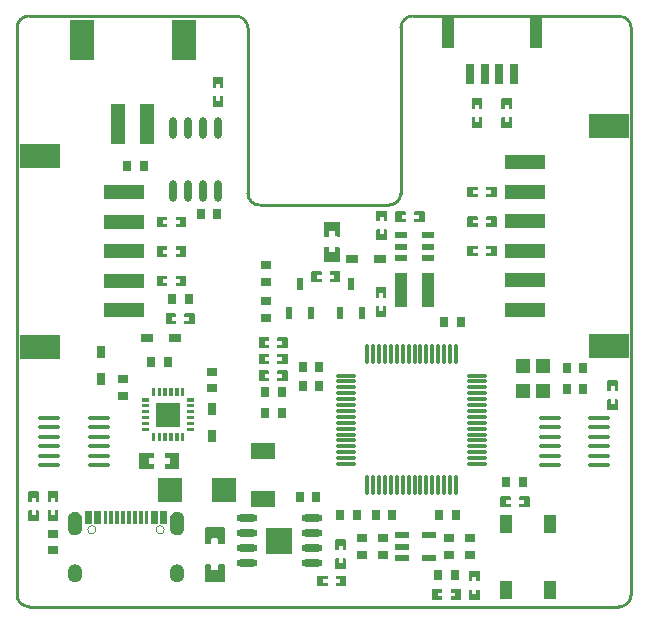
<source format=gbp>
G04*
G04 #@! TF.GenerationSoftware,Altium Limited,Altium Designer,22.0.2 (36)*
G04*
G04 Layer_Color=128*
%FSLAX24Y24*%
%MOIN*%
G70*
G04*
G04 #@! TF.SameCoordinates,D7CE2511-F244-4390-A2D0-A891EFF9428C*
G04*
G04*
G04 #@! TF.FilePolarity,Positive*
G04*
G01*
G75*
%ADD10C,0.0100*%
%ADD15C,0.0002*%
%ADD16R,0.0354X0.0315*%
%ADD17O,0.0248X0.0734*%
%ADD56O,0.0709X0.0118*%
%ADD57O,0.0118X0.0709*%
%ADD60R,0.0315X0.0354*%
%ADD61R,0.1378X0.0472*%
%ADD62R,0.1378X0.0787*%
%ADD63R,0.0787X0.1378*%
%ADD64R,0.0472X0.1378*%
%ADD65R,0.0835X0.0551*%
%ADD66O,0.0709X0.0236*%
%ADD67R,0.0902X0.0902*%
%ADD68R,0.0472X0.0512*%
%ADD73R,0.0295X0.0394*%
%ADD74R,0.0236X0.0421*%
%ADD75R,0.0394X0.1181*%
%ADD76R,0.0394X0.0295*%
%ADD78R,0.0390X0.0209*%
%ADD79R,0.0456X0.0193*%
%ADD80R,0.0463X0.0193*%
%ADD81R,0.0787X0.0787*%
%ADD82O,0.0787X0.0138*%
%ADD83R,0.0394X0.0630*%
%ADD84R,0.0276X0.0709*%
%ADD85R,0.0394X0.1063*%
G36*
X6877Y17620D02*
Y17306D01*
X6857Y17286D01*
X6768D01*
Y17431D01*
X6638D01*
Y17286D01*
X6543D01*
X6523Y17306D01*
Y17620D01*
X6543Y17640D01*
X6857D01*
X6877Y17620D01*
D02*
G37*
G36*
Y16991D02*
Y16680D01*
X6857Y16660D01*
X6543D01*
X6523Y16680D01*
Y16991D01*
X6543Y17010D01*
X6638D01*
Y16861D01*
X6768D01*
Y17010D01*
X6857D01*
X6877Y16991D01*
D02*
G37*
G36*
X16499Y16920D02*
Y16606D01*
X16479Y16586D01*
X16389D01*
Y16731D01*
X16259Y16731D01*
Y16586D01*
X16164D01*
X16144Y16606D01*
X16144Y16920D01*
X16164Y16940D01*
X16479D01*
X16499Y16920D01*
D02*
G37*
G36*
X15505D02*
Y16606D01*
X15486Y16586D01*
X15396D01*
Y16731D01*
X15266Y16731D01*
Y16586D01*
X15171D01*
X15151Y16606D01*
X15151Y16920D01*
X15171Y16940D01*
X15486D01*
X15505Y16920D01*
D02*
G37*
G36*
X16499Y16291D02*
Y15980D01*
X16479Y15960D01*
X16164Y15960D01*
X16144Y15980D01*
X16144Y16291D01*
X16164Y16310D01*
X16259D01*
Y16161D01*
X16389Y16161D01*
Y16310D01*
X16479D01*
X16499Y16291D01*
D02*
G37*
G36*
X15505D02*
Y15980D01*
X15486Y15960D01*
X15171Y15960D01*
X15151Y15980D01*
X15151Y16291D01*
X15171Y16310D01*
X15266D01*
Y16161D01*
X15396Y16161D01*
Y16310D01*
X15486D01*
X15505Y16291D01*
D02*
G37*
G36*
X15990Y13984D02*
Y13669D01*
X15970Y13649D01*
X15656D01*
X15636Y13669D01*
Y13759D01*
X15782D01*
Y13889D01*
X15636D01*
Y13984D01*
X15656Y14004D01*
X15970D01*
X15990Y13984D01*
D02*
G37*
G36*
X15360D02*
Y13889D01*
X15211D01*
Y13759D01*
X15360D01*
Y13669D01*
X15341Y13649D01*
X15030D01*
X15010Y13669D01*
Y13984D01*
X15030Y14004D01*
X15341D01*
X15360Y13984D01*
D02*
G37*
G36*
X12327Y13185D02*
Y12874D01*
X12307Y12855D01*
X12212D01*
Y13004D01*
X12082D01*
Y12855D01*
X11993D01*
X11973Y12874D01*
Y13185D01*
X11993Y13205D01*
X12307D01*
X12327Y13185D01*
D02*
G37*
G36*
X13590Y13157D02*
Y12843D01*
X13570Y12823D01*
X13259D01*
X13240Y12843D01*
Y12938D01*
X13389D01*
Y13068D01*
X13240D01*
Y13157D01*
X13259Y13177D01*
X13570D01*
X13590Y13157D01*
D02*
G37*
G36*
X12964D02*
Y13068D01*
X12818D01*
Y12938D01*
X12964D01*
Y12843D01*
X12944Y12823D01*
X12630D01*
X12610Y12843D01*
Y13157D01*
X12630Y13177D01*
X12944D01*
X12964Y13157D01*
D02*
G37*
G36*
X15990Y13000D02*
Y12685D01*
X15970Y12665D01*
X15656D01*
X15636Y12685D01*
Y12774D01*
X15782D01*
Y12904D01*
X15636D01*
Y13000D01*
X15656Y13019D01*
X15970D01*
X15990Y13000D01*
D02*
G37*
G36*
X15360D02*
Y12904D01*
X15211D01*
Y12774D01*
X15360D01*
Y12685D01*
X15341Y12665D01*
X15030D01*
X15010Y12685D01*
Y13000D01*
X15030Y13019D01*
X15341D01*
X15360Y13000D01*
D02*
G37*
G36*
X5634Y12979D02*
Y12664D01*
X5614Y12644D01*
X5299D01*
X5280Y12664D01*
Y12754D01*
X5425D01*
Y12884D01*
X5280D01*
Y12979D01*
X5299Y12999D01*
X5614D01*
X5634Y12979D01*
D02*
G37*
G36*
X5004D02*
Y12884D01*
X4854D01*
Y12754D01*
X5004D01*
Y12664D01*
X4984Y12644D01*
X4673D01*
X4654Y12664D01*
Y12979D01*
X4673Y12999D01*
X4984D01*
X5004Y12979D01*
D02*
G37*
G36*
X12327Y12559D02*
Y12244D01*
X12307Y12225D01*
X11993D01*
X11973Y12244D01*
Y12559D01*
X11993Y12579D01*
X12082D01*
Y12433D01*
X12212D01*
Y12579D01*
X12307D01*
X12327Y12559D01*
D02*
G37*
G36*
X10761Y12809D02*
Y12357D01*
X10741Y12337D01*
X10580Y12339D01*
Y12512D01*
X10402D01*
Y12337D01*
X10237Y12337D01*
X10217Y12357D01*
Y12809D01*
X10237Y12829D01*
X10741D01*
X10761Y12809D01*
D02*
G37*
G36*
X10741Y11983D02*
X10761Y11963D01*
Y11510D01*
X10741Y11491D01*
X10237D01*
X10217Y11510D01*
Y11963D01*
X10237Y11983D01*
X10402Y11981D01*
Y11807D01*
X10580D01*
Y11985D01*
X10741Y11983D01*
D02*
G37*
G36*
X15990Y12015D02*
Y11700D01*
X15970Y11681D01*
X15656D01*
X15636Y11700D01*
Y11790D01*
X15782D01*
Y11920D01*
X15636D01*
Y12015D01*
X15656Y12035D01*
X15970D01*
X15990Y12015D01*
D02*
G37*
G36*
X15360D02*
Y11920D01*
X15211D01*
Y11790D01*
X15360D01*
Y11700D01*
X15341Y11681D01*
X15030D01*
X15010Y11700D01*
Y12015D01*
X15030Y12035D01*
X15341D01*
X15360Y12015D01*
D02*
G37*
G36*
X5634Y11995D02*
Y11680D01*
X5614Y11660D01*
X5299D01*
X5280Y11680D01*
Y11770D01*
X5425D01*
Y11900D01*
X5280D01*
Y11995D01*
X5299Y12015D01*
X5614D01*
X5634Y11995D01*
D02*
G37*
G36*
X5004D02*
Y11900D01*
X4854D01*
Y11770D01*
X5004D01*
Y11680D01*
X4984Y11660D01*
X4673D01*
X4654Y11680D01*
Y11995D01*
X4673Y12015D01*
X4984D01*
X5004Y11995D01*
D02*
G37*
G36*
X10778Y11157D02*
Y10843D01*
X10758Y10823D01*
X10443D01*
X10423Y10843D01*
Y10932D01*
X10569D01*
Y11062D01*
X10423D01*
Y11157D01*
X10443Y11177D01*
X10758D01*
X10778Y11157D01*
D02*
G37*
G36*
X10148D02*
Y11062D01*
X9998D01*
Y10932D01*
X10148D01*
Y10843D01*
X10128Y10823D01*
X9817D01*
X9797Y10843D01*
Y11157D01*
X9817Y11177D01*
X10128D01*
X10148Y11157D01*
D02*
G37*
G36*
X5634Y11007D02*
Y10693D01*
X5614Y10673D01*
X5299D01*
X5280Y10693D01*
Y10782D01*
X5425D01*
Y10912D01*
X5280D01*
Y11007D01*
X5299Y11027D01*
X5614D01*
X5634Y11007D01*
D02*
G37*
G36*
X5004D02*
Y10912D01*
X4854D01*
Y10782D01*
X5004D01*
Y10693D01*
X4984Y10673D01*
X4673D01*
X4654Y10693D01*
Y11007D01*
X4673Y11027D01*
X4984D01*
X5004Y11007D01*
D02*
G37*
G36*
X12308Y10620D02*
X12308Y10309D01*
X12289Y10290D01*
X12193D01*
Y10439D01*
X12063Y10439D01*
Y10290D01*
X11974D01*
X11954Y10309D01*
Y10620D01*
X11974Y10640D01*
X12289Y10640D01*
X12308Y10620D01*
D02*
G37*
G36*
X12308Y9994D02*
X12308Y9680D01*
X12289Y9660D01*
X11974D01*
X11954Y9680D01*
Y9994D01*
X11974Y10014D01*
X12063D01*
Y9869D01*
X12193Y9869D01*
Y10014D01*
X12289D01*
X12308Y9994D01*
D02*
G37*
G36*
X5928Y9757D02*
Y9443D01*
X5908Y9423D01*
X5593D01*
X5573Y9443D01*
Y9532D01*
X5719D01*
Y9662D01*
X5573D01*
Y9757D01*
X5593Y9777D01*
X5908D01*
X5928Y9757D01*
D02*
G37*
G36*
X5298D02*
Y9662D01*
X5148D01*
Y9532D01*
X5298D01*
Y9443D01*
X5278Y9423D01*
X4967D01*
X4947Y9443D01*
Y9757D01*
X4967Y9777D01*
X5278D01*
X5298Y9757D01*
D02*
G37*
G36*
X9028Y8957D02*
X9028Y8643D01*
X9008Y8623D01*
X8697Y8623D01*
X8677Y8643D01*
Y8738D01*
X8827D01*
X8827Y8868D01*
X8677D01*
Y8957D01*
X8697Y8977D01*
X9008D01*
X9028Y8957D01*
D02*
G37*
G36*
X8402D02*
Y8868D01*
X8256D01*
X8256Y8738D01*
X8402D01*
Y8643D01*
X8382Y8623D01*
X8067Y8623D01*
X8047Y8643D01*
Y8957D01*
X8067Y8977D01*
X8382D01*
X8402Y8957D01*
D02*
G37*
G36*
X9028Y8407D02*
X9028Y8093D01*
X9008Y8073D01*
X8697Y8073D01*
X8677Y8093D01*
Y8188D01*
X8827D01*
X8827Y8318D01*
X8677D01*
Y8407D01*
X8697Y8427D01*
X9008D01*
X9028Y8407D01*
D02*
G37*
G36*
X8402D02*
Y8318D01*
X8256D01*
X8256Y8188D01*
X8402D01*
Y8093D01*
X8382Y8073D01*
X8067Y8073D01*
X8047Y8093D01*
Y8407D01*
X8067Y8427D01*
X8382D01*
X8402Y8407D01*
D02*
G37*
G36*
X9028Y7857D02*
Y7543D01*
X9008Y7523D01*
X8693D01*
X8673Y7543D01*
Y7632D01*
X8819D01*
Y7762D01*
X8673D01*
Y7857D01*
X8693Y7877D01*
X9008D01*
X9028Y7857D01*
D02*
G37*
G36*
X8398D02*
Y7762D01*
X8248D01*
Y7632D01*
X8398D01*
Y7543D01*
X8378Y7523D01*
X8067D01*
X8047Y7543D01*
Y7857D01*
X8067Y7877D01*
X8378D01*
X8398Y7857D01*
D02*
G37*
G36*
X20027Y7520D02*
Y7209D01*
X20007Y7190D01*
X19912D01*
Y7339D01*
X19782D01*
Y7190D01*
X19693D01*
X19673Y7209D01*
Y7520D01*
X19693Y7540D01*
X20007D01*
X20027Y7520D01*
D02*
G37*
G36*
X5577Y7021D02*
X5467D01*
Y7283D01*
X5577D01*
X5577Y7021D01*
D02*
G37*
G36*
X5380D02*
X5270D01*
Y7283D01*
X5380D01*
X5380Y7021D01*
D02*
G37*
G36*
X5183D02*
X5073D01*
Y7283D01*
X5183D01*
Y7021D01*
D02*
G37*
G36*
X4986D02*
X4876D01*
Y7283D01*
X4986D01*
Y7021D01*
D02*
G37*
G36*
X4789D02*
X4679D01*
X4679Y7283D01*
X4789D01*
Y7021D01*
D02*
G37*
G36*
X4592D02*
X4482D01*
X4482Y7283D01*
X4592D01*
Y7021D01*
D02*
G37*
G36*
X5911Y6838D02*
X5650D01*
Y6948D01*
X5911Y6948D01*
Y6838D01*
D02*
G37*
G36*
X4409Y6948D02*
Y6838D01*
X4148D01*
Y6948D01*
X4409Y6948D01*
D02*
G37*
G36*
X20027Y6894D02*
Y6580D01*
X20007Y6560D01*
X19693D01*
X19673Y6580D01*
Y6894D01*
X19693Y6914D01*
X19782D01*
Y6769D01*
X19912D01*
Y6914D01*
X20007D01*
X20027Y6894D01*
D02*
G37*
G36*
X5911Y6641D02*
X5650D01*
Y6751D01*
X5911Y6751D01*
Y6641D01*
D02*
G37*
G36*
X4409Y6751D02*
Y6641D01*
X4148D01*
Y6751D01*
X4409Y6751D01*
D02*
G37*
G36*
X5911Y6444D02*
X5650D01*
Y6555D01*
X5911D01*
Y6444D01*
D02*
G37*
G36*
X4409D02*
X4148D01*
Y6555D01*
X4409D01*
Y6444D01*
D02*
G37*
G36*
X5911Y6247D02*
X5650D01*
Y6358D01*
X5911D01*
Y6247D01*
D02*
G37*
G36*
X4409D02*
X4148D01*
Y6358D01*
X4409D01*
Y6247D01*
D02*
G37*
G36*
X5911Y6051D02*
X5650Y6051D01*
Y6161D01*
X5911D01*
Y6051D01*
D02*
G37*
G36*
X4409Y6051D02*
X4148Y6051D01*
Y6161D01*
X4409D01*
Y6051D01*
D02*
G37*
G36*
X5431Y5999D02*
X4628D01*
Y6803D01*
X5431D01*
Y5999D01*
D02*
G37*
G36*
X5911Y5854D02*
X5650Y5854D01*
Y5964D01*
X5911D01*
Y5854D01*
D02*
G37*
G36*
X4409Y5854D02*
X4148Y5854D01*
Y5964D01*
X4409D01*
Y5854D01*
D02*
G37*
G36*
X5577Y5519D02*
X5467D01*
Y5781D01*
X5577D01*
X5577Y5519D01*
D02*
G37*
G36*
X5380D02*
X5270D01*
Y5781D01*
X5380D01*
X5380Y5519D01*
D02*
G37*
G36*
X5183D02*
X5073D01*
Y5781D01*
X5183D01*
Y5519D01*
D02*
G37*
G36*
X4986D02*
X4876D01*
Y5781D01*
X4986D01*
Y5519D01*
D02*
G37*
G36*
X4789D02*
X4679D01*
X4679Y5781D01*
X4789D01*
Y5519D01*
D02*
G37*
G36*
X4592D02*
X4482D01*
X4482Y5781D01*
X4592D01*
Y5519D01*
D02*
G37*
G36*
X5409Y5110D02*
Y4606D01*
X5390Y4586D01*
X4937D01*
X4917Y4606D01*
X4919Y4771D01*
X5093D01*
Y4948D01*
X4915D01*
X4917Y5110D01*
X4937Y5130D01*
X5390D01*
X5409Y5110D01*
D02*
G37*
G36*
X4563D02*
X4561Y4948D01*
X4388D01*
Y4771D01*
X4563D01*
X4563Y4606D01*
X4543Y4586D01*
X4091D01*
X4071Y4606D01*
Y5110D01*
X4091Y5130D01*
X4543D01*
X4563Y5110D01*
D02*
G37*
G36*
X1377Y3820D02*
Y3506D01*
X1357Y3486D01*
X1268D01*
Y3632D01*
X1138D01*
Y3486D01*
X1043D01*
X1023Y3506D01*
Y3820D01*
X1043Y3840D01*
X1357D01*
X1377Y3820D01*
D02*
G37*
G36*
X727D02*
Y3506D01*
X707Y3486D01*
X618D01*
Y3632D01*
X488D01*
Y3486D01*
X393D01*
X373Y3506D01*
Y3820D01*
X393Y3840D01*
X707D01*
X727Y3820D01*
D02*
G37*
G36*
X17090Y3657D02*
Y3343D01*
X17070Y3323D01*
X16756D01*
X16736Y3343D01*
Y3432D01*
X16882D01*
Y3562D01*
X16736D01*
Y3657D01*
X16756Y3677D01*
X17070D01*
X17090Y3657D01*
D02*
G37*
G36*
X16460D02*
Y3562D01*
X16311D01*
Y3432D01*
X16460D01*
Y3343D01*
X16441Y3323D01*
X16130D01*
X16110Y3343D01*
Y3657D01*
X16130Y3677D01*
X16441D01*
X16460Y3657D01*
D02*
G37*
G36*
X1377Y3191D02*
Y2880D01*
X1357Y2860D01*
X1043D01*
X1023Y2880D01*
Y3191D01*
X1043Y3210D01*
X1138D01*
Y3061D01*
X1268D01*
Y3210D01*
X1357D01*
X1377Y3191D01*
D02*
G37*
G36*
X727D02*
Y2880D01*
X707Y2860D01*
X393D01*
X373Y2880D01*
Y3191D01*
X393Y3210D01*
X488D01*
Y3061D01*
X618D01*
Y3210D01*
X707D01*
X727Y3191D01*
D02*
G37*
G36*
X5007Y2769D02*
X4770D01*
Y3202D01*
X5007D01*
Y2769D01*
D02*
G37*
G36*
X4692D02*
X4455D01*
Y3202D01*
X4692D01*
Y2769D01*
D02*
G37*
G36*
X4377D02*
X4259D01*
Y3202D01*
X4377D01*
Y2769D01*
D02*
G37*
G36*
X4180D02*
X4062D01*
Y3202D01*
X4180D01*
Y2769D01*
D02*
G37*
G36*
X3983D02*
X3865D01*
Y3202D01*
X3983D01*
Y2769D01*
D02*
G37*
G36*
X3786D02*
X3668D01*
Y3202D01*
X3786D01*
Y2769D01*
D02*
G37*
G36*
X3589D02*
X3471D01*
Y3202D01*
X3589D01*
Y2769D01*
D02*
G37*
G36*
X3393D02*
X3274D01*
Y3202D01*
X3393D01*
Y2769D01*
D02*
G37*
G36*
X3196D02*
X3078D01*
Y3202D01*
X3196D01*
Y2769D01*
D02*
G37*
G36*
X2999D02*
X2881D01*
Y3202D01*
X2999D01*
Y2769D01*
D02*
G37*
G36*
X2802D02*
X2566D01*
Y3202D01*
X2802D01*
Y2769D01*
D02*
G37*
G36*
X2487D02*
X2251D01*
Y3202D01*
X2487D01*
Y2769D01*
D02*
G37*
G36*
X5349Y3162D02*
X5361Y3160D01*
X5373Y3159D01*
X5384Y3156D01*
X5395Y3153D01*
X5407Y3150D01*
X5418Y3146D01*
X5429Y3141D01*
X5439Y3136D01*
X5450Y3131D01*
X5460Y3124D01*
X5469Y3118D01*
X5479Y3111D01*
X5488Y3103D01*
X5496Y3095D01*
X5505Y3087D01*
X5512Y3078D01*
X5520Y3069D01*
X5527Y3059D01*
X5533Y3049D01*
X5539Y3039D01*
X5544Y3029D01*
X5549Y3018D01*
X5553Y3007D01*
X5557Y2996D01*
X5560Y2984D01*
X5563Y2973D01*
X5565Y2961D01*
X5567Y2950D01*
X5567Y2938D01*
X5568Y2926D01*
Y2611D01*
X5567Y2599D01*
X5567Y2588D01*
X5565Y2576D01*
X5563Y2564D01*
X5560Y2553D01*
X5557Y2541D01*
X5553Y2530D01*
X5549Y2519D01*
X5544Y2509D01*
X5539Y2498D01*
X5533Y2488D01*
X5527Y2478D01*
X5520Y2468D01*
X5512Y2459D01*
X5505Y2450D01*
X5496Y2442D01*
X5488Y2434D01*
X5479Y2426D01*
X5469Y2419D01*
X5460Y2413D01*
X5450Y2406D01*
X5439Y2401D01*
X5429Y2396D01*
X5418Y2391D01*
X5407Y2387D01*
X5395Y2384D01*
X5384Y2381D01*
X5373Y2378D01*
X5361Y2377D01*
X5349Y2376D01*
X5337Y2375D01*
X5326D01*
X5314Y2376D01*
X5302Y2377D01*
X5290Y2378D01*
X5279Y2381D01*
X5268Y2384D01*
X5256Y2387D01*
X5245Y2391D01*
X5234Y2396D01*
X5224Y2401D01*
X5213Y2406D01*
X5203Y2413D01*
X5194Y2419D01*
X5184Y2426D01*
X5175Y2434D01*
X5167Y2442D01*
X5158Y2450D01*
X5151Y2459D01*
X5143Y2468D01*
X5136Y2478D01*
X5130Y2488D01*
X5124Y2498D01*
X5119Y2509D01*
X5114Y2519D01*
X5110Y2530D01*
X5106Y2541D01*
X5103Y2553D01*
X5100Y2564D01*
X5098Y2576D01*
X5096Y2588D01*
X5096Y2599D01*
X5095Y2611D01*
Y2926D01*
X5096Y2938D01*
X5096Y2950D01*
X5098Y2961D01*
X5100Y2973D01*
X5103Y2984D01*
X5106Y2996D01*
X5110Y3007D01*
X5114Y3018D01*
X5119Y3029D01*
X5124Y3039D01*
X5130Y3049D01*
X5136Y3059D01*
X5143Y3069D01*
X5151Y3078D01*
X5158Y3087D01*
X5167Y3095D01*
X5175Y3103D01*
X5184Y3111D01*
X5194Y3118D01*
X5203Y3124D01*
X5213Y3131D01*
X5224Y3136D01*
X5234Y3141D01*
X5245Y3146D01*
X5256Y3150D01*
X5268Y3153D01*
X5279Y3156D01*
X5290Y3159D01*
X5302Y3160D01*
X5314Y3162D01*
X5326Y3162D01*
X5337D01*
X5349Y3162D01*
D02*
G37*
G36*
X1944D02*
X1955Y3160D01*
X1967Y3159D01*
X1979Y3156D01*
X1990Y3153D01*
X2001Y3150D01*
X2012Y3146D01*
X2023Y3141D01*
X2034Y3136D01*
X2044Y3131D01*
X2054Y3124D01*
X2064Y3118D01*
X2073Y3111D01*
X2082Y3103D01*
X2091Y3095D01*
X2099Y3087D01*
X2107Y3078D01*
X2114Y3069D01*
X2121Y3059D01*
X2128Y3049D01*
X2133Y3039D01*
X2139Y3029D01*
X2144Y3018D01*
X2148Y3007D01*
X2152Y2996D01*
X2155Y2984D01*
X2158Y2973D01*
X2160Y2961D01*
X2161Y2950D01*
X2162Y2938D01*
X2162Y2926D01*
Y2611D01*
X2162Y2599D01*
X2161Y2588D01*
X2160Y2576D01*
X2158Y2564D01*
X2155Y2553D01*
X2152Y2541D01*
X2148Y2530D01*
X2144Y2519D01*
X2139Y2509D01*
X2133Y2498D01*
X2128Y2488D01*
X2121Y2478D01*
X2114Y2468D01*
X2107Y2459D01*
X2099Y2450D01*
X2091Y2442D01*
X2082Y2434D01*
X2073Y2426D01*
X2064Y2419D01*
X2054Y2413D01*
X2044Y2406D01*
X2034Y2401D01*
X2023Y2396D01*
X2012Y2391D01*
X2001Y2387D01*
X1990Y2384D01*
X1979Y2381D01*
X1967Y2378D01*
X1955Y2377D01*
X1944Y2376D01*
X1932Y2375D01*
X1920D01*
X1908Y2376D01*
X1897Y2377D01*
X1885Y2378D01*
X1873Y2381D01*
X1862Y2384D01*
X1851Y2387D01*
X1840Y2391D01*
X1829Y2396D01*
X1818Y2401D01*
X1808Y2406D01*
X1798Y2413D01*
X1788Y2419D01*
X1779Y2426D01*
X1770Y2434D01*
X1761Y2442D01*
X1753Y2450D01*
X1745Y2459D01*
X1738Y2468D01*
X1731Y2478D01*
X1724Y2488D01*
X1719Y2498D01*
X1713Y2509D01*
X1708Y2519D01*
X1704Y2530D01*
X1700Y2541D01*
X1697Y2553D01*
X1694Y2564D01*
X1692Y2576D01*
X1691Y2588D01*
X1690Y2599D01*
X1690Y2611D01*
Y2926D01*
X1690Y2938D01*
X1691Y2950D01*
X1692Y2961D01*
X1694Y2973D01*
X1697Y2984D01*
X1700Y2996D01*
X1704Y3007D01*
X1708Y3018D01*
X1713Y3029D01*
X1719Y3039D01*
X1724Y3049D01*
X1731Y3059D01*
X1738Y3069D01*
X1745Y3078D01*
X1753Y3087D01*
X1761Y3095D01*
X1770Y3103D01*
X1779Y3111D01*
X1788Y3118D01*
X1798Y3124D01*
X1808Y3131D01*
X1818Y3136D01*
X1829Y3141D01*
X1840Y3146D01*
X1851Y3150D01*
X1862Y3153D01*
X1873Y3156D01*
X1885Y3159D01*
X1897Y3160D01*
X1908Y3162D01*
X1920Y3162D01*
X1932D01*
X1944Y3162D01*
D02*
G37*
G36*
X6928Y2630D02*
Y2124D01*
X6888Y2085D01*
X6742D01*
X6703Y2124D01*
Y2244D01*
X6664Y2283D01*
X6511D01*
X6472Y2244D01*
Y2124D01*
X6432Y2085D01*
X6287D01*
X6247Y2124D01*
Y2630D01*
X6287Y2669D01*
X6888D01*
X6928Y2630D01*
D02*
G37*
G36*
X10965Y2220D02*
Y1906D01*
X10945Y1886D01*
X10855D01*
Y2032D01*
X10725D01*
Y1886D01*
X10630D01*
X10610Y1906D01*
Y2220D01*
X10630Y2240D01*
X10945D01*
X10965Y2220D01*
D02*
G37*
G36*
Y1591D02*
Y1280D01*
X10945Y1260D01*
X10630D01*
X10610Y1280D01*
Y1591D01*
X10630Y1610D01*
X10725D01*
Y1461D01*
X10855D01*
Y1610D01*
X10945D01*
X10965Y1591D01*
D02*
G37*
G36*
X6928Y1376D02*
Y870D01*
X6888Y831D01*
X6287D01*
X6247Y870D01*
Y1376D01*
X6287Y1415D01*
X6432D01*
X6472Y1376D01*
Y1256D01*
X6511Y1217D01*
X6664D01*
X6703Y1256D01*
Y1376D01*
X6742Y1415D01*
X6888D01*
X6928Y1376D01*
D02*
G37*
G36*
X15415Y1174D02*
Y863D01*
X15395Y843D01*
X15300D01*
Y993D01*
X15170D01*
Y843D01*
X15080D01*
X15060Y863D01*
Y1174D01*
X15080Y1194D01*
X15395D01*
X15415Y1174D01*
D02*
G37*
G36*
X5349Y1410D02*
X5361Y1408D01*
X5373Y1407D01*
X5384Y1404D01*
X5395Y1401D01*
X5407Y1398D01*
X5418Y1394D01*
X5429Y1389D01*
X5439Y1384D01*
X5450Y1379D01*
X5460Y1372D01*
X5469Y1366D01*
X5479Y1359D01*
X5488Y1351D01*
X5496Y1343D01*
X5505Y1335D01*
X5512Y1326D01*
X5520Y1317D01*
X5527Y1307D01*
X5533Y1297D01*
X5539Y1287D01*
X5544Y1276D01*
X5549Y1266D01*
X5553Y1255D01*
X5557Y1244D01*
X5560Y1232D01*
X5563Y1221D01*
X5565Y1209D01*
X5567Y1198D01*
X5567Y1186D01*
X5568Y1174D01*
Y1056D01*
X5567Y1044D01*
X5567Y1032D01*
X5565Y1021D01*
X5563Y1009D01*
X5560Y998D01*
X5557Y986D01*
X5553Y975D01*
X5549Y964D01*
X5544Y953D01*
X5539Y943D01*
X5533Y933D01*
X5527Y923D01*
X5520Y913D01*
X5512Y904D01*
X5505Y895D01*
X5496Y887D01*
X5488Y879D01*
X5479Y871D01*
X5469Y864D01*
X5460Y857D01*
X5450Y851D01*
X5439Y846D01*
X5429Y841D01*
X5418Y836D01*
X5407Y832D01*
X5395Y829D01*
X5384Y826D01*
X5373Y823D01*
X5361Y821D01*
X5349Y820D01*
X5337Y820D01*
X5326D01*
X5314Y820D01*
X5302Y821D01*
X5290Y823D01*
X5279Y826D01*
X5268Y829D01*
X5256Y832D01*
X5245Y836D01*
X5234Y841D01*
X5224Y846D01*
X5213Y851D01*
X5203Y857D01*
X5194Y864D01*
X5184Y871D01*
X5175Y879D01*
X5167Y887D01*
X5158Y895D01*
X5151Y904D01*
X5143Y913D01*
X5136Y923D01*
X5130Y933D01*
X5124Y943D01*
X5119Y953D01*
X5114Y964D01*
X5110Y975D01*
X5106Y986D01*
X5103Y998D01*
X5100Y1009D01*
X5098Y1021D01*
X5096Y1032D01*
X5096Y1044D01*
X5095Y1056D01*
Y1174D01*
X5096Y1186D01*
X5096Y1198D01*
X5098Y1209D01*
X5100Y1221D01*
X5103Y1232D01*
X5106Y1244D01*
X5110Y1255D01*
X5114Y1266D01*
X5119Y1276D01*
X5124Y1287D01*
X5130Y1297D01*
X5136Y1307D01*
X5143Y1317D01*
X5151Y1326D01*
X5158Y1335D01*
X5167Y1343D01*
X5175Y1351D01*
X5184Y1359D01*
X5194Y1366D01*
X5203Y1372D01*
X5213Y1379D01*
X5224Y1384D01*
X5234Y1389D01*
X5245Y1394D01*
X5256Y1398D01*
X5268Y1401D01*
X5279Y1404D01*
X5290Y1407D01*
X5302Y1408D01*
X5314Y1410D01*
X5326Y1410D01*
X5337D01*
X5349Y1410D01*
D02*
G37*
G36*
X1944D02*
X1955Y1408D01*
X1967Y1407D01*
X1979Y1404D01*
X1990Y1401D01*
X2001Y1398D01*
X2012Y1394D01*
X2023Y1389D01*
X2034Y1384D01*
X2044Y1379D01*
X2054Y1372D01*
X2064Y1366D01*
X2073Y1359D01*
X2082Y1351D01*
X2091Y1343D01*
X2099Y1335D01*
X2107Y1326D01*
X2114Y1317D01*
X2121Y1307D01*
X2128Y1297D01*
X2133Y1287D01*
X2139Y1276D01*
X2144Y1266D01*
X2148Y1255D01*
X2152Y1244D01*
X2155Y1232D01*
X2158Y1221D01*
X2160Y1209D01*
X2161Y1198D01*
X2162Y1186D01*
X2162Y1174D01*
Y1056D01*
X2162Y1044D01*
X2161Y1032D01*
X2160Y1021D01*
X2158Y1009D01*
X2155Y998D01*
X2152Y986D01*
X2148Y975D01*
X2144Y964D01*
X2139Y953D01*
X2133Y943D01*
X2128Y933D01*
X2121Y923D01*
X2114Y913D01*
X2107Y904D01*
X2099Y895D01*
X2091Y887D01*
X2082Y879D01*
X2073Y871D01*
X2064Y864D01*
X2054Y857D01*
X2044Y851D01*
X2034Y846D01*
X2023Y841D01*
X2012Y836D01*
X2001Y832D01*
X1990Y829D01*
X1979Y826D01*
X1967Y823D01*
X1955Y821D01*
X1944Y820D01*
X1932Y820D01*
X1920D01*
X1908Y820D01*
X1897Y821D01*
X1885Y823D01*
X1873Y826D01*
X1862Y829D01*
X1851Y832D01*
X1840Y836D01*
X1829Y841D01*
X1818Y846D01*
X1808Y851D01*
X1798Y857D01*
X1788Y864D01*
X1779Y871D01*
X1770Y879D01*
X1761Y887D01*
X1753Y895D01*
X1745Y904D01*
X1738Y913D01*
X1731Y923D01*
X1724Y933D01*
X1719Y943D01*
X1713Y953D01*
X1708Y964D01*
X1704Y975D01*
X1700Y986D01*
X1697Y998D01*
X1694Y1009D01*
X1692Y1021D01*
X1691Y1032D01*
X1690Y1044D01*
X1690Y1056D01*
Y1174D01*
X1690Y1186D01*
X1691Y1198D01*
X1692Y1209D01*
X1694Y1221D01*
X1697Y1232D01*
X1700Y1244D01*
X1704Y1255D01*
X1708Y1266D01*
X1713Y1276D01*
X1719Y1287D01*
X1724Y1297D01*
X1731Y1307D01*
X1738Y1317D01*
X1745Y1326D01*
X1753Y1335D01*
X1761Y1343D01*
X1770Y1351D01*
X1779Y1359D01*
X1788Y1366D01*
X1798Y1372D01*
X1808Y1379D01*
X1818Y1384D01*
X1829Y1389D01*
X1840Y1394D01*
X1851Y1398D01*
X1862Y1401D01*
X1873Y1404D01*
X1885Y1407D01*
X1897Y1408D01*
X1908Y1410D01*
X1920Y1410D01*
X1932D01*
X1944Y1410D01*
D02*
G37*
G36*
X10978Y1007D02*
Y693D01*
X10958Y673D01*
X10643D01*
X10623Y693D01*
Y782D01*
X10769D01*
Y912D01*
X10623D01*
Y1007D01*
X10643Y1027D01*
X10958D01*
X10978Y1007D01*
D02*
G37*
G36*
X10348D02*
Y912D01*
X10198D01*
Y782D01*
X10348D01*
Y693D01*
X10328Y673D01*
X10017D01*
X9997Y693D01*
Y1007D01*
X10017Y1027D01*
X10328D01*
X10348Y1007D01*
D02*
G37*
G36*
X15415Y548D02*
Y233D01*
X15395Y213D01*
X15080D01*
X15060Y233D01*
Y548D01*
X15080Y568D01*
X15170D01*
Y422D01*
X15300D01*
Y568D01*
X15395D01*
X15415Y548D01*
D02*
G37*
G36*
X14800Y561D02*
Y246D01*
X14780Y226D01*
X14469D01*
X14449Y246D01*
Y341D01*
X14599D01*
Y471D01*
X14449D01*
Y561D01*
X14469Y581D01*
X14780D01*
X14800Y561D01*
D02*
G37*
G36*
X14174D02*
Y471D01*
X14028D01*
Y341D01*
X14174D01*
Y246D01*
X14154Y226D01*
X13839D01*
X13819Y246D01*
Y561D01*
X13839Y581D01*
X14154D01*
X14174Y561D01*
D02*
G37*
D10*
X387Y19685D02*
G03*
X-6Y19291I0J-394D01*
G01*
Y394D02*
G03*
X387Y0I394J0D01*
G01*
X20072D02*
G03*
X20466Y394I0J394D01*
G01*
Y19291D02*
G03*
X20072Y19685I-394J0D01*
G01*
X7687Y13780D02*
G03*
X8081Y13386I394J0D01*
G01*
X12395D02*
G03*
X12789Y13780I0J394D01*
G01*
X13183Y19685D02*
G03*
X12789Y19291I0J-394D01*
G01*
X7687D02*
G03*
X7294Y19685I-394J0D01*
G01*
X-6Y394D02*
Y19291D01*
X20466Y394D02*
Y19291D01*
X387Y19685D02*
X7294Y19685D01*
X387Y0D02*
X20072D01*
X13183Y19685D02*
X20072D01*
X8082Y13386D02*
X12395D01*
X12789Y13770D02*
Y19306D01*
X7687Y13782D02*
Y19291D01*
D15*
X2629Y2564D02*
G03*
X2629Y2564I-138J0D01*
G01*
X4904D02*
G03*
X4904Y2564I-138J0D01*
G01*
D16*
X14387Y2276D02*
D03*
Y1724D02*
D03*
X1200Y2426D02*
D03*
Y1874D02*
D03*
X3537Y7576D02*
D03*
Y7024D02*
D03*
X8287Y9624D02*
D03*
Y10176D02*
D03*
Y11376D02*
D03*
Y10824D02*
D03*
X15087Y2276D02*
D03*
Y1724D02*
D03*
X12187D02*
D03*
Y2276D02*
D03*
X11487Y1724D02*
D03*
Y2276D02*
D03*
X6487Y7274D02*
D03*
Y7826D02*
D03*
D17*
X5200Y15956D02*
D03*
X5700D02*
D03*
X6200D02*
D03*
X6700D02*
D03*
X5200Y13844D02*
D03*
X5700D02*
D03*
X6200D02*
D03*
X6700D02*
D03*
D56*
X15332Y7705D02*
D03*
X15332Y7508D02*
D03*
Y7311D02*
D03*
Y7114D02*
D03*
Y6917D02*
D03*
Y6720D02*
D03*
Y6524D02*
D03*
Y6327D02*
D03*
Y6130D02*
D03*
Y5933D02*
D03*
Y5736D02*
D03*
X15332Y5539D02*
D03*
Y5343D02*
D03*
X15332Y5146D02*
D03*
Y4949D02*
D03*
Y4752D02*
D03*
X10962D02*
D03*
Y4949D02*
D03*
Y5146D02*
D03*
Y5343D02*
D03*
Y5539D02*
D03*
X10962Y5736D02*
D03*
Y5933D02*
D03*
Y6130D02*
D03*
X10962Y6327D02*
D03*
Y6524D02*
D03*
Y6720D02*
D03*
Y6917D02*
D03*
Y7114D02*
D03*
X10962Y7311D02*
D03*
Y7508D02*
D03*
X10962Y7705D02*
D03*
D57*
X14624Y4043D02*
D03*
X14427D02*
D03*
X14230D02*
D03*
X14033Y4043D02*
D03*
X13836D02*
D03*
X13639Y4043D02*
D03*
X13443D02*
D03*
X13246D02*
D03*
X13049D02*
D03*
X12852D02*
D03*
X12655D02*
D03*
X12458D02*
D03*
X12261D02*
D03*
X12065D02*
D03*
X11868D02*
D03*
X11671D02*
D03*
X11671Y8413D02*
D03*
X11868Y8413D02*
D03*
X12065D02*
D03*
X12261Y8413D02*
D03*
X12458D02*
D03*
X12655D02*
D03*
X12852D02*
D03*
X13049D02*
D03*
X13246Y8413D02*
D03*
X13443D02*
D03*
X13639Y8413D02*
D03*
X13836D02*
D03*
X14033D02*
D03*
X14230D02*
D03*
X14427D02*
D03*
X14624D02*
D03*
D60*
X4474Y8150D02*
D03*
X5026D02*
D03*
X4226Y14700D02*
D03*
X3674D02*
D03*
X9412Y3650D02*
D03*
X9963D02*
D03*
X18324Y7950D02*
D03*
X18876D02*
D03*
X6676Y13100D02*
D03*
X6124D02*
D03*
X9512Y8000D02*
D03*
X10063D02*
D03*
X9512Y7350D02*
D03*
X10063D02*
D03*
X8262Y6450D02*
D03*
X8813D02*
D03*
X8262Y7150D02*
D03*
X8813D02*
D03*
X14242Y9479D02*
D03*
X14793D02*
D03*
X18876Y7250D02*
D03*
X18324D02*
D03*
X16854Y4150D02*
D03*
X16302D02*
D03*
X14613Y3050D02*
D03*
X14062D02*
D03*
X14037Y1053D02*
D03*
X14588D02*
D03*
X10762Y3048D02*
D03*
X11313D02*
D03*
X12507Y3050D02*
D03*
X11956D02*
D03*
X5713Y10250D02*
D03*
X5162D02*
D03*
D61*
X16920Y9889D02*
D03*
Y10874D02*
D03*
Y11858D02*
D03*
Y12842D02*
D03*
Y13826D02*
D03*
Y14811D02*
D03*
X3555Y13819D02*
D03*
Y12834D02*
D03*
Y11850D02*
D03*
Y10866D02*
D03*
Y9882D02*
D03*
D62*
X19728Y8678D02*
D03*
Y16022D02*
D03*
X747Y15030D02*
D03*
Y8670D02*
D03*
D63*
X5554Y18896D02*
D03*
X2146D02*
D03*
D64*
X4342Y16089D02*
D03*
X3358D02*
D03*
D65*
X8200Y3602D02*
D03*
Y5198D02*
D03*
D66*
X9829Y2950D02*
D03*
Y2450D02*
D03*
Y1950D02*
D03*
Y1450D02*
D03*
X7646Y2950D02*
D03*
Y2450D02*
D03*
Y1950D02*
D03*
Y1450D02*
D03*
D67*
X8737Y2200D02*
D03*
D68*
X16865Y8013D02*
D03*
Y7187D02*
D03*
X17535D02*
D03*
Y8013D02*
D03*
D73*
X2800Y7576D02*
D03*
Y8499D02*
D03*
X6487Y6601D02*
D03*
Y5678D02*
D03*
D74*
X9811Y9783D02*
D03*
X9063D02*
D03*
X9437Y10755D02*
D03*
X11137D02*
D03*
X10763Y9783D02*
D03*
X11511D02*
D03*
D75*
X12785Y10550D02*
D03*
X13690D02*
D03*
D76*
X11169Y11600D02*
D03*
X12093D02*
D03*
X5249Y8944D02*
D03*
X4326D02*
D03*
D78*
X12799Y11626D02*
D03*
Y12000D02*
D03*
Y12374D02*
D03*
X13701D02*
D03*
Y12000D02*
D03*
Y11626D02*
D03*
D79*
X12833Y1626D02*
D03*
Y2000D02*
D03*
Y2374D02*
D03*
D80*
X13742D02*
D03*
Y1626D02*
D03*
D81*
X5100Y3900D02*
D03*
X6911D02*
D03*
D82*
X2714Y6287D02*
D03*
Y5972D02*
D03*
Y5657D02*
D03*
Y5343D02*
D03*
Y5028D02*
D03*
Y4713D02*
D03*
X1061Y6287D02*
D03*
Y5972D02*
D03*
Y5657D02*
D03*
Y5343D02*
D03*
Y5028D02*
D03*
Y4713D02*
D03*
X19409Y6287D02*
D03*
Y5972D02*
D03*
Y5657D02*
D03*
Y5343D02*
D03*
Y5028D02*
D03*
Y4713D02*
D03*
X17756Y6287D02*
D03*
Y5972D02*
D03*
Y5657D02*
D03*
Y5343D02*
D03*
Y5028D02*
D03*
Y4713D02*
D03*
D83*
X17766Y548D02*
D03*
Y2752D02*
D03*
X16309Y548D02*
D03*
Y2752D02*
D03*
D84*
X15087Y17761D02*
D03*
X15579D02*
D03*
X16071D02*
D03*
X16563D02*
D03*
D85*
X14366Y19139D02*
D03*
X17283Y19139D02*
D03*
M02*

</source>
